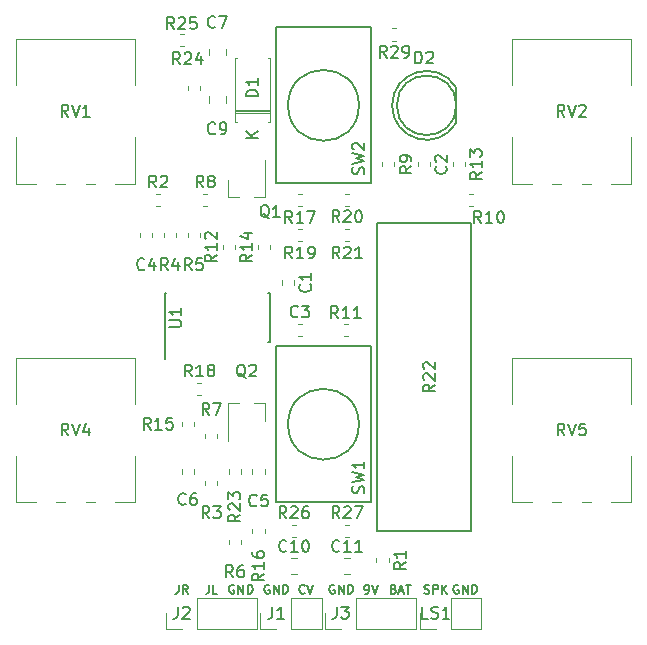
<source format=gbr>
G04 #@! TF.GenerationSoftware,KiCad,Pcbnew,(5.1.2-1)-1*
G04 #@! TF.CreationDate,2019-12-27T17:04:05-07:00*
G04 #@! TF.ProjectId,NuisanceEngine,4e756973-616e-4636-9545-6e67696e652e,rev?*
G04 #@! TF.SameCoordinates,Original*
G04 #@! TF.FileFunction,Legend,Top*
G04 #@! TF.FilePolarity,Positive*
%FSLAX46Y46*%
G04 Gerber Fmt 4.6, Leading zero omitted, Abs format (unit mm)*
G04 Created by KiCad (PCBNEW (5.1.2-1)-1) date 2019-12-27 17:04:05*
%MOMM*%
%LPD*%
G04 APERTURE LIST*
%ADD10C,0.187500*%
%ADD11C,0.120000*%
%ADD12C,0.150000*%
G04 APERTURE END LIST*
D10*
X67732142Y-95589285D02*
X67732142Y-96125000D01*
X67696428Y-96232142D01*
X67625000Y-96303571D01*
X67517857Y-96339285D01*
X67446428Y-96339285D01*
X68517857Y-96339285D02*
X68267857Y-95982142D01*
X68089285Y-96339285D02*
X68089285Y-95589285D01*
X68375000Y-95589285D01*
X68446428Y-95625000D01*
X68482142Y-95660714D01*
X68517857Y-95732142D01*
X68517857Y-95839285D01*
X68482142Y-95910714D01*
X68446428Y-95946428D01*
X68375000Y-95982142D01*
X68089285Y-95982142D01*
X70303571Y-95589285D02*
X70303571Y-96125000D01*
X70267857Y-96232142D01*
X70196428Y-96303571D01*
X70089285Y-96339285D01*
X70017857Y-96339285D01*
X71017857Y-96339285D02*
X70660714Y-96339285D01*
X70660714Y-95589285D01*
X72428571Y-95625000D02*
X72357142Y-95589285D01*
X72250000Y-95589285D01*
X72142857Y-95625000D01*
X72071428Y-95696428D01*
X72035714Y-95767857D01*
X72000000Y-95910714D01*
X72000000Y-96017857D01*
X72035714Y-96160714D01*
X72071428Y-96232142D01*
X72142857Y-96303571D01*
X72250000Y-96339285D01*
X72321428Y-96339285D01*
X72428571Y-96303571D01*
X72464285Y-96267857D01*
X72464285Y-96017857D01*
X72321428Y-96017857D01*
X72785714Y-96339285D02*
X72785714Y-95589285D01*
X73214285Y-96339285D01*
X73214285Y-95589285D01*
X73571428Y-96339285D02*
X73571428Y-95589285D01*
X73750000Y-95589285D01*
X73857142Y-95625000D01*
X73928571Y-95696428D01*
X73964285Y-95767857D01*
X74000000Y-95910714D01*
X74000000Y-96017857D01*
X73964285Y-96160714D01*
X73928571Y-96232142D01*
X73857142Y-96303571D01*
X73750000Y-96339285D01*
X73571428Y-96339285D01*
X75428571Y-95625000D02*
X75357142Y-95589285D01*
X75250000Y-95589285D01*
X75142857Y-95625000D01*
X75071428Y-95696428D01*
X75035714Y-95767857D01*
X75000000Y-95910714D01*
X75000000Y-96017857D01*
X75035714Y-96160714D01*
X75071428Y-96232142D01*
X75142857Y-96303571D01*
X75250000Y-96339285D01*
X75321428Y-96339285D01*
X75428571Y-96303571D01*
X75464285Y-96267857D01*
X75464285Y-96017857D01*
X75321428Y-96017857D01*
X75785714Y-96339285D02*
X75785714Y-95589285D01*
X76214285Y-96339285D01*
X76214285Y-95589285D01*
X76571428Y-96339285D02*
X76571428Y-95589285D01*
X76750000Y-95589285D01*
X76857142Y-95625000D01*
X76928571Y-95696428D01*
X76964285Y-95767857D01*
X77000000Y-95910714D01*
X77000000Y-96017857D01*
X76964285Y-96160714D01*
X76928571Y-96232142D01*
X76857142Y-96303571D01*
X76750000Y-96339285D01*
X76571428Y-96339285D01*
X83535714Y-96339285D02*
X83678571Y-96339285D01*
X83750000Y-96303571D01*
X83785714Y-96267857D01*
X83857142Y-96160714D01*
X83892857Y-96017857D01*
X83892857Y-95732142D01*
X83857142Y-95660714D01*
X83821428Y-95625000D01*
X83750000Y-95589285D01*
X83607142Y-95589285D01*
X83535714Y-95625000D01*
X83500000Y-95660714D01*
X83464285Y-95732142D01*
X83464285Y-95910714D01*
X83500000Y-95982142D01*
X83535714Y-96017857D01*
X83607142Y-96053571D01*
X83750000Y-96053571D01*
X83821428Y-96017857D01*
X83857142Y-95982142D01*
X83892857Y-95910714D01*
X84107142Y-95589285D02*
X84357142Y-96339285D01*
X84607142Y-95589285D01*
X85946428Y-95946428D02*
X86053571Y-95982142D01*
X86089285Y-96017857D01*
X86125000Y-96089285D01*
X86125000Y-96196428D01*
X86089285Y-96267857D01*
X86053571Y-96303571D01*
X85982142Y-96339285D01*
X85696428Y-96339285D01*
X85696428Y-95589285D01*
X85946428Y-95589285D01*
X86017857Y-95625000D01*
X86053571Y-95660714D01*
X86089285Y-95732142D01*
X86089285Y-95803571D01*
X86053571Y-95875000D01*
X86017857Y-95910714D01*
X85946428Y-95946428D01*
X85696428Y-95946428D01*
X86410714Y-96125000D02*
X86767857Y-96125000D01*
X86339285Y-96339285D02*
X86589285Y-95589285D01*
X86839285Y-96339285D01*
X86982142Y-95589285D02*
X87410714Y-95589285D01*
X87196428Y-96339285D02*
X87196428Y-95589285D01*
X78410714Y-96267857D02*
X78375000Y-96303571D01*
X78267857Y-96339285D01*
X78196428Y-96339285D01*
X78089285Y-96303571D01*
X78017857Y-96232142D01*
X77982142Y-96160714D01*
X77946428Y-96017857D01*
X77946428Y-95910714D01*
X77982142Y-95767857D01*
X78017857Y-95696428D01*
X78089285Y-95625000D01*
X78196428Y-95589285D01*
X78267857Y-95589285D01*
X78375000Y-95625000D01*
X78410714Y-95660714D01*
X78625000Y-95589285D02*
X78875000Y-96339285D01*
X79125000Y-95589285D01*
X80928571Y-95625000D02*
X80857142Y-95589285D01*
X80750000Y-95589285D01*
X80642857Y-95625000D01*
X80571428Y-95696428D01*
X80535714Y-95767857D01*
X80500000Y-95910714D01*
X80500000Y-96017857D01*
X80535714Y-96160714D01*
X80571428Y-96232142D01*
X80642857Y-96303571D01*
X80750000Y-96339285D01*
X80821428Y-96339285D01*
X80928571Y-96303571D01*
X80964285Y-96267857D01*
X80964285Y-96017857D01*
X80821428Y-96017857D01*
X81285714Y-96339285D02*
X81285714Y-95589285D01*
X81714285Y-96339285D01*
X81714285Y-95589285D01*
X82071428Y-96339285D02*
X82071428Y-95589285D01*
X82250000Y-95589285D01*
X82357142Y-95625000D01*
X82428571Y-95696428D01*
X82464285Y-95767857D01*
X82500000Y-95910714D01*
X82500000Y-96017857D01*
X82464285Y-96160714D01*
X82428571Y-96232142D01*
X82357142Y-96303571D01*
X82250000Y-96339285D01*
X82071428Y-96339285D01*
X88535714Y-96303571D02*
X88642857Y-96339285D01*
X88821428Y-96339285D01*
X88892857Y-96303571D01*
X88928571Y-96267857D01*
X88964285Y-96196428D01*
X88964285Y-96125000D01*
X88928571Y-96053571D01*
X88892857Y-96017857D01*
X88821428Y-95982142D01*
X88678571Y-95946428D01*
X88607142Y-95910714D01*
X88571428Y-95875000D01*
X88535714Y-95803571D01*
X88535714Y-95732142D01*
X88571428Y-95660714D01*
X88607142Y-95625000D01*
X88678571Y-95589285D01*
X88857142Y-95589285D01*
X88964285Y-95625000D01*
X89285714Y-96339285D02*
X89285714Y-95589285D01*
X89571428Y-95589285D01*
X89642857Y-95625000D01*
X89678571Y-95660714D01*
X89714285Y-95732142D01*
X89714285Y-95839285D01*
X89678571Y-95910714D01*
X89642857Y-95946428D01*
X89571428Y-95982142D01*
X89285714Y-95982142D01*
X90035714Y-96339285D02*
X90035714Y-95589285D01*
X90464285Y-96339285D02*
X90142857Y-95910714D01*
X90464285Y-95589285D02*
X90035714Y-96017857D01*
X91428571Y-95625000D02*
X91357142Y-95589285D01*
X91250000Y-95589285D01*
X91142857Y-95625000D01*
X91071428Y-95696428D01*
X91035714Y-95767857D01*
X91000000Y-95910714D01*
X91000000Y-96017857D01*
X91035714Y-96160714D01*
X91071428Y-96232142D01*
X91142857Y-96303571D01*
X91250000Y-96339285D01*
X91321428Y-96339285D01*
X91428571Y-96303571D01*
X91464285Y-96267857D01*
X91464285Y-96017857D01*
X91321428Y-96017857D01*
X91785714Y-96339285D02*
X91785714Y-95589285D01*
X92214285Y-96339285D01*
X92214285Y-95589285D01*
X92571428Y-96339285D02*
X92571428Y-95589285D01*
X92750000Y-95589285D01*
X92857142Y-95625000D01*
X92928571Y-95696428D01*
X92964285Y-95767857D01*
X93000000Y-95910714D01*
X93000000Y-96017857D01*
X92964285Y-96160714D01*
X92928571Y-96232142D01*
X92857142Y-96303571D01*
X92750000Y-96339285D01*
X92571428Y-96339285D01*
D11*
X53979000Y-49380000D02*
X64020000Y-49380000D01*
X62370000Y-61620000D02*
X64020000Y-61620000D01*
X59871000Y-61620000D02*
X60630000Y-61620000D01*
X57371000Y-61620000D02*
X58130000Y-61620000D01*
X53979000Y-61620000D02*
X55629000Y-61620000D01*
X64020000Y-53316000D02*
X64020000Y-49380000D01*
X64020000Y-61620000D02*
X64020000Y-57683000D01*
X53979000Y-53316000D02*
X53979000Y-49380000D01*
X53979000Y-61620000D02*
X53979000Y-57683000D01*
X53979000Y-76380000D02*
X64020000Y-76380000D01*
X62370000Y-88620000D02*
X64020000Y-88620000D01*
X59871000Y-88620000D02*
X60630000Y-88620000D01*
X57371000Y-88620000D02*
X58130000Y-88620000D01*
X53979000Y-88620000D02*
X55629000Y-88620000D01*
X64020000Y-80316000D02*
X64020000Y-76380000D01*
X64020000Y-88620000D02*
X64020000Y-84683000D01*
X53979000Y-80316000D02*
X53979000Y-76380000D01*
X53979000Y-88620000D02*
X53979000Y-84683000D01*
X95979000Y-76380000D02*
X106020000Y-76380000D01*
X104370000Y-88620000D02*
X106020000Y-88620000D01*
X101871000Y-88620000D02*
X102630000Y-88620000D01*
X99371000Y-88620000D02*
X100130000Y-88620000D01*
X95979000Y-88620000D02*
X97629000Y-88620000D01*
X106020000Y-80316000D02*
X106020000Y-76380000D01*
X106020000Y-88620000D02*
X106020000Y-84683000D01*
X95979000Y-80316000D02*
X95979000Y-76380000D01*
X95979000Y-88620000D02*
X95979000Y-84683000D01*
X95979000Y-49380000D02*
X106020000Y-49380000D01*
X104370000Y-61620000D02*
X106020000Y-61620000D01*
X101871000Y-61620000D02*
X102630000Y-61620000D01*
X99371000Y-61620000D02*
X100130000Y-61620000D01*
X95979000Y-61620000D02*
X97629000Y-61620000D01*
X106020000Y-53316000D02*
X106020000Y-49380000D01*
X106020000Y-61620000D02*
X106020000Y-57683000D01*
X95979000Y-53316000D02*
X95979000Y-49380000D01*
X95979000Y-61620000D02*
X95979000Y-57683000D01*
D12*
X83000000Y-82000000D02*
G75*
G03X83000000Y-82000000I-3000000J0D01*
G01*
X84000000Y-88600000D02*
X84000000Y-75400000D01*
X76000000Y-75400000D02*
X76000000Y-88600000D01*
X80000000Y-75400000D02*
X76000000Y-75400000D01*
X80000000Y-75400000D02*
X84000000Y-75400000D01*
X80000000Y-88600000D02*
X84000000Y-88600000D01*
X80000000Y-88600000D02*
X76000000Y-88600000D01*
D11*
X72530000Y-55630000D02*
X75470000Y-55630000D01*
X72530000Y-55390000D02*
X75470000Y-55390000D01*
X72530000Y-55510000D02*
X75470000Y-55510000D01*
X75470000Y-50970000D02*
X75340000Y-50970000D01*
X75470000Y-56410000D02*
X75470000Y-50970000D01*
X75340000Y-56410000D02*
X75470000Y-56410000D01*
X72530000Y-50970000D02*
X72660000Y-50970000D01*
X72530000Y-56410000D02*
X72530000Y-50970000D01*
X72660000Y-56410000D02*
X72530000Y-56410000D01*
D12*
X66575000Y-75075000D02*
X66575000Y-76450000D01*
X75450000Y-75075000D02*
X75450000Y-70925000D01*
X66550000Y-75075000D02*
X66550000Y-70925000D01*
X75450000Y-75075000D02*
X75335000Y-75075000D01*
X75450000Y-70925000D02*
X75335000Y-70925000D01*
X66550000Y-70925000D02*
X66665000Y-70925000D01*
X66550000Y-75075000D02*
X66575000Y-75075000D01*
X91214888Y-53475096D02*
G75*
G03X91230000Y-56500000I-2484888J-1524904D01*
G01*
X91230000Y-53500000D02*
X91230000Y-56500000D01*
X91247936Y-55000000D02*
G75*
G03X91247936Y-55000000I-2517936J0D01*
G01*
X84500000Y-65000000D02*
X84500000Y-77000000D01*
X92500000Y-65000000D02*
X84500000Y-65000000D01*
X92500000Y-91000000D02*
X92500000Y-65000000D01*
X84500000Y-91000000D02*
X92500000Y-91000000D01*
X84500000Y-77000000D02*
X84500000Y-91000000D01*
X83000000Y-55000000D02*
G75*
G03X83000000Y-55000000I-3000000J0D01*
G01*
X84000000Y-61600000D02*
X84000000Y-48400000D01*
X76000000Y-48400000D02*
X76000000Y-61600000D01*
X80000000Y-48400000D02*
X76000000Y-48400000D01*
X80000000Y-48400000D02*
X84000000Y-48400000D01*
X80000000Y-61600000D02*
X84000000Y-61600000D01*
X80000000Y-61600000D02*
X76000000Y-61600000D01*
D11*
X74670000Y-99330000D02*
X74670000Y-98000000D01*
X76000000Y-99330000D02*
X74670000Y-99330000D01*
X77270000Y-99330000D02*
X77270000Y-96670000D01*
X77270000Y-96670000D02*
X79870000Y-96670000D01*
X77270000Y-99330000D02*
X79870000Y-99330000D01*
X79870000Y-99330000D02*
X79870000Y-96670000D01*
X66670000Y-99330000D02*
X66670000Y-98000000D01*
X68000000Y-99330000D02*
X66670000Y-99330000D01*
X69270000Y-99330000D02*
X69270000Y-96670000D01*
X69270000Y-96670000D02*
X74410000Y-96670000D01*
X69270000Y-99330000D02*
X74410000Y-99330000D01*
X74410000Y-99330000D02*
X74410000Y-96670000D01*
X87870000Y-99330000D02*
X87870000Y-96670000D01*
X82730000Y-99330000D02*
X87870000Y-99330000D01*
X82730000Y-96670000D02*
X87870000Y-96670000D01*
X82730000Y-99330000D02*
X82730000Y-96670000D01*
X81460000Y-99330000D02*
X80130000Y-99330000D01*
X80130000Y-99330000D02*
X80130000Y-98000000D01*
X93370000Y-99330000D02*
X93370000Y-96670000D01*
X90770000Y-99330000D02*
X93370000Y-99330000D01*
X90770000Y-96670000D02*
X93370000Y-96670000D01*
X90770000Y-99330000D02*
X90770000Y-96670000D01*
X89500000Y-99330000D02*
X88170000Y-99330000D01*
X88170000Y-99330000D02*
X88170000Y-98000000D01*
X76490000Y-70171267D02*
X76490000Y-69828733D01*
X77510000Y-70171267D02*
X77510000Y-69828733D01*
X87990000Y-60171267D02*
X87990000Y-59828733D01*
X89010000Y-60171267D02*
X89010000Y-59828733D01*
X77828733Y-74510000D02*
X78171267Y-74510000D01*
X77828733Y-73490000D02*
X78171267Y-73490000D01*
X64490000Y-65828733D02*
X64490000Y-66171267D01*
X65510000Y-65828733D02*
X65510000Y-66171267D01*
X75010000Y-86171267D02*
X75010000Y-85828733D01*
X73990000Y-86171267D02*
X73990000Y-85828733D01*
X69010000Y-85828733D02*
X69010000Y-86171267D01*
X67990000Y-85828733D02*
X67990000Y-86171267D01*
X70290000Y-50761252D02*
X70290000Y-50238748D01*
X71710000Y-50761252D02*
X71710000Y-50238748D01*
X71710000Y-54238748D02*
X71710000Y-54761252D01*
X70290000Y-54238748D02*
X70290000Y-54761252D01*
X77238748Y-94710000D02*
X77761252Y-94710000D01*
X77238748Y-93290000D02*
X77761252Y-93290000D01*
X81738748Y-93290000D02*
X82261252Y-93290000D01*
X81738748Y-94710000D02*
X82261252Y-94710000D01*
X71920000Y-62760000D02*
X71920000Y-61300000D01*
X75080000Y-62760000D02*
X75080000Y-59600000D01*
X75080000Y-62760000D02*
X74150000Y-62760000D01*
X71920000Y-62760000D02*
X72850000Y-62760000D01*
X75080000Y-80240000D02*
X74150000Y-80240000D01*
X71920000Y-80240000D02*
X72850000Y-80240000D01*
X71920000Y-80240000D02*
X71920000Y-83400000D01*
X75080000Y-80240000D02*
X75080000Y-81700000D01*
X84490000Y-93671267D02*
X84490000Y-93328733D01*
X85510000Y-93671267D02*
X85510000Y-93328733D01*
X65828733Y-62490000D02*
X66171267Y-62490000D01*
X65828733Y-63510000D02*
X66171267Y-63510000D01*
X71010000Y-86828733D02*
X71010000Y-87171267D01*
X69990000Y-86828733D02*
X69990000Y-87171267D01*
X67510000Y-65828733D02*
X67510000Y-66171267D01*
X66490000Y-65828733D02*
X66490000Y-66171267D01*
X69510000Y-65828733D02*
X69510000Y-66171267D01*
X68490000Y-65828733D02*
X68490000Y-66171267D01*
X71990000Y-91828733D02*
X71990000Y-92171267D01*
X73010000Y-91828733D02*
X73010000Y-92171267D01*
X71010000Y-82828733D02*
X71010000Y-83171267D01*
X69990000Y-82828733D02*
X69990000Y-83171267D01*
X70171267Y-63510000D02*
X69828733Y-63510000D01*
X70171267Y-62490000D02*
X69828733Y-62490000D01*
X84990000Y-60171267D02*
X84990000Y-59828733D01*
X86010000Y-60171267D02*
X86010000Y-59828733D01*
X92328733Y-63510000D02*
X92671267Y-63510000D01*
X92328733Y-62490000D02*
X92671267Y-62490000D01*
X81703733Y-74510000D02*
X82046267Y-74510000D01*
X81703733Y-73490000D02*
X82046267Y-73490000D01*
X72510000Y-67171267D02*
X72510000Y-66828733D01*
X71490000Y-67171267D02*
X71490000Y-66828733D01*
X90990000Y-59828733D02*
X90990000Y-60171267D01*
X92010000Y-59828733D02*
X92010000Y-60171267D01*
X75510000Y-66828733D02*
X75510000Y-67171267D01*
X74490000Y-66828733D02*
X74490000Y-67171267D01*
X69010000Y-82171267D02*
X69010000Y-81828733D01*
X67990000Y-82171267D02*
X67990000Y-81828733D01*
X73990000Y-90828733D02*
X73990000Y-91171267D01*
X75010000Y-90828733D02*
X75010000Y-91171267D01*
X77828733Y-63510000D02*
X78171267Y-63510000D01*
X77828733Y-62490000D02*
X78171267Y-62490000D01*
X69671267Y-79510000D02*
X69328733Y-79510000D01*
X69671267Y-78490000D02*
X69328733Y-78490000D01*
X78171267Y-66510000D02*
X77828733Y-66510000D01*
X78171267Y-65490000D02*
X77828733Y-65490000D01*
X82171267Y-63510000D02*
X81828733Y-63510000D01*
X82171267Y-62490000D02*
X81828733Y-62490000D01*
X81828733Y-66510000D02*
X82171267Y-66510000D01*
X81828733Y-65490000D02*
X82171267Y-65490000D01*
X73010000Y-86171267D02*
X73010000Y-85828733D01*
X71990000Y-86171267D02*
X71990000Y-85828733D01*
X68490000Y-53328733D02*
X68490000Y-53671267D01*
X69510000Y-53328733D02*
X69510000Y-53671267D01*
X68171267Y-50010000D02*
X67828733Y-50010000D01*
X68171267Y-48990000D02*
X67828733Y-48990000D01*
X77671267Y-90490000D02*
X77328733Y-90490000D01*
X77671267Y-91510000D02*
X77328733Y-91510000D01*
X81828733Y-91510000D02*
X82171267Y-91510000D01*
X81828733Y-90490000D02*
X82171267Y-90490000D01*
X85828733Y-48490000D02*
X86171267Y-48490000D01*
X85828733Y-49510000D02*
X86171267Y-49510000D01*
D12*
X58404761Y-55952380D02*
X58071428Y-55476190D01*
X57833333Y-55952380D02*
X57833333Y-54952380D01*
X58214285Y-54952380D01*
X58309523Y-55000000D01*
X58357142Y-55047619D01*
X58404761Y-55142857D01*
X58404761Y-55285714D01*
X58357142Y-55380952D01*
X58309523Y-55428571D01*
X58214285Y-55476190D01*
X57833333Y-55476190D01*
X58690476Y-54952380D02*
X59023809Y-55952380D01*
X59357142Y-54952380D01*
X60214285Y-55952380D02*
X59642857Y-55952380D01*
X59928571Y-55952380D02*
X59928571Y-54952380D01*
X59833333Y-55095238D01*
X59738095Y-55190476D01*
X59642857Y-55238095D01*
X58404761Y-82952380D02*
X58071428Y-82476190D01*
X57833333Y-82952380D02*
X57833333Y-81952380D01*
X58214285Y-81952380D01*
X58309523Y-82000000D01*
X58357142Y-82047619D01*
X58404761Y-82142857D01*
X58404761Y-82285714D01*
X58357142Y-82380952D01*
X58309523Y-82428571D01*
X58214285Y-82476190D01*
X57833333Y-82476190D01*
X58690476Y-81952380D02*
X59023809Y-82952380D01*
X59357142Y-81952380D01*
X60119047Y-82285714D02*
X60119047Y-82952380D01*
X59880952Y-81904761D02*
X59642857Y-82619047D01*
X60261904Y-82619047D01*
X100404761Y-82952380D02*
X100071428Y-82476190D01*
X99833333Y-82952380D02*
X99833333Y-81952380D01*
X100214285Y-81952380D01*
X100309523Y-82000000D01*
X100357142Y-82047619D01*
X100404761Y-82142857D01*
X100404761Y-82285714D01*
X100357142Y-82380952D01*
X100309523Y-82428571D01*
X100214285Y-82476190D01*
X99833333Y-82476190D01*
X100690476Y-81952380D02*
X101023809Y-82952380D01*
X101357142Y-81952380D01*
X102166666Y-81952380D02*
X101690476Y-81952380D01*
X101642857Y-82428571D01*
X101690476Y-82380952D01*
X101785714Y-82333333D01*
X102023809Y-82333333D01*
X102119047Y-82380952D01*
X102166666Y-82428571D01*
X102214285Y-82523809D01*
X102214285Y-82761904D01*
X102166666Y-82857142D01*
X102119047Y-82904761D01*
X102023809Y-82952380D01*
X101785714Y-82952380D01*
X101690476Y-82904761D01*
X101642857Y-82857142D01*
X100404761Y-55952380D02*
X100071428Y-55476190D01*
X99833333Y-55952380D02*
X99833333Y-54952380D01*
X100214285Y-54952380D01*
X100309523Y-55000000D01*
X100357142Y-55047619D01*
X100404761Y-55142857D01*
X100404761Y-55285714D01*
X100357142Y-55380952D01*
X100309523Y-55428571D01*
X100214285Y-55476190D01*
X99833333Y-55476190D01*
X100690476Y-54952380D02*
X101023809Y-55952380D01*
X101357142Y-54952380D01*
X101642857Y-55047619D02*
X101690476Y-55000000D01*
X101785714Y-54952380D01*
X102023809Y-54952380D01*
X102119047Y-55000000D01*
X102166666Y-55047619D01*
X102214285Y-55142857D01*
X102214285Y-55238095D01*
X102166666Y-55380952D01*
X101595238Y-55952380D01*
X102214285Y-55952380D01*
X83404761Y-87833333D02*
X83452380Y-87690476D01*
X83452380Y-87452380D01*
X83404761Y-87357142D01*
X83357142Y-87309523D01*
X83261904Y-87261904D01*
X83166666Y-87261904D01*
X83071428Y-87309523D01*
X83023809Y-87357142D01*
X82976190Y-87452380D01*
X82928571Y-87642857D01*
X82880952Y-87738095D01*
X82833333Y-87785714D01*
X82738095Y-87833333D01*
X82642857Y-87833333D01*
X82547619Y-87785714D01*
X82500000Y-87738095D01*
X82452380Y-87642857D01*
X82452380Y-87404761D01*
X82500000Y-87261904D01*
X82452380Y-86928571D02*
X83452380Y-86690476D01*
X82738095Y-86500000D01*
X83452380Y-86309523D01*
X82452380Y-86071428D01*
X83452380Y-85166666D02*
X83452380Y-85738095D01*
X83452380Y-85452380D02*
X82452380Y-85452380D01*
X82595238Y-85547619D01*
X82690476Y-85642857D01*
X82738095Y-85738095D01*
X74452380Y-54238095D02*
X73452380Y-54238095D01*
X73452380Y-54000000D01*
X73500000Y-53857142D01*
X73595238Y-53761904D01*
X73690476Y-53714285D01*
X73880952Y-53666666D01*
X74023809Y-53666666D01*
X74214285Y-53714285D01*
X74309523Y-53761904D01*
X74404761Y-53857142D01*
X74452380Y-54000000D01*
X74452380Y-54238095D01*
X74452380Y-52714285D02*
X74452380Y-53285714D01*
X74452380Y-53000000D02*
X73452380Y-53000000D01*
X73595238Y-53095238D01*
X73690476Y-53190476D01*
X73738095Y-53285714D01*
X74452380Y-57761904D02*
X73452380Y-57761904D01*
X74452380Y-57190476D02*
X73880952Y-57619047D01*
X73452380Y-57190476D02*
X74023809Y-57761904D01*
X66952380Y-73761904D02*
X67761904Y-73761904D01*
X67857142Y-73714285D01*
X67904761Y-73666666D01*
X67952380Y-73571428D01*
X67952380Y-73380952D01*
X67904761Y-73285714D01*
X67857142Y-73238095D01*
X67761904Y-73190476D01*
X66952380Y-73190476D01*
X67952380Y-72190476D02*
X67952380Y-72761904D01*
X67952380Y-72476190D02*
X66952380Y-72476190D01*
X67095238Y-72571428D01*
X67190476Y-72666666D01*
X67238095Y-72761904D01*
X87761904Y-51452380D02*
X87761904Y-50452380D01*
X88000000Y-50452380D01*
X88142857Y-50500000D01*
X88238095Y-50595238D01*
X88285714Y-50690476D01*
X88333333Y-50880952D01*
X88333333Y-51023809D01*
X88285714Y-51214285D01*
X88238095Y-51309523D01*
X88142857Y-51404761D01*
X88000000Y-51452380D01*
X87761904Y-51452380D01*
X88714285Y-50547619D02*
X88761904Y-50500000D01*
X88857142Y-50452380D01*
X89095238Y-50452380D01*
X89190476Y-50500000D01*
X89238095Y-50547619D01*
X89285714Y-50642857D01*
X89285714Y-50738095D01*
X89238095Y-50880952D01*
X88666666Y-51452380D01*
X89285714Y-51452380D01*
X89452380Y-78642857D02*
X88976190Y-78976190D01*
X89452380Y-79214285D02*
X88452380Y-79214285D01*
X88452380Y-78833333D01*
X88500000Y-78738095D01*
X88547619Y-78690476D01*
X88642857Y-78642857D01*
X88785714Y-78642857D01*
X88880952Y-78690476D01*
X88928571Y-78738095D01*
X88976190Y-78833333D01*
X88976190Y-79214285D01*
X88547619Y-78261904D02*
X88500000Y-78214285D01*
X88452380Y-78119047D01*
X88452380Y-77880952D01*
X88500000Y-77785714D01*
X88547619Y-77738095D01*
X88642857Y-77690476D01*
X88738095Y-77690476D01*
X88880952Y-77738095D01*
X89452380Y-78309523D01*
X89452380Y-77690476D01*
X88547619Y-77309523D02*
X88500000Y-77261904D01*
X88452380Y-77166666D01*
X88452380Y-76928571D01*
X88500000Y-76833333D01*
X88547619Y-76785714D01*
X88642857Y-76738095D01*
X88738095Y-76738095D01*
X88880952Y-76785714D01*
X89452380Y-77357142D01*
X89452380Y-76738095D01*
X83404761Y-60833333D02*
X83452380Y-60690476D01*
X83452380Y-60452380D01*
X83404761Y-60357142D01*
X83357142Y-60309523D01*
X83261904Y-60261904D01*
X83166666Y-60261904D01*
X83071428Y-60309523D01*
X83023809Y-60357142D01*
X82976190Y-60452380D01*
X82928571Y-60642857D01*
X82880952Y-60738095D01*
X82833333Y-60785714D01*
X82738095Y-60833333D01*
X82642857Y-60833333D01*
X82547619Y-60785714D01*
X82500000Y-60738095D01*
X82452380Y-60642857D01*
X82452380Y-60404761D01*
X82500000Y-60261904D01*
X82452380Y-59928571D02*
X83452380Y-59690476D01*
X82738095Y-59500000D01*
X83452380Y-59309523D01*
X82452380Y-59071428D01*
X82547619Y-58738095D02*
X82500000Y-58690476D01*
X82452380Y-58595238D01*
X82452380Y-58357142D01*
X82500000Y-58261904D01*
X82547619Y-58214285D01*
X82642857Y-58166666D01*
X82738095Y-58166666D01*
X82880952Y-58214285D01*
X83452380Y-58785714D01*
X83452380Y-58166666D01*
X75666666Y-97452380D02*
X75666666Y-98166666D01*
X75619047Y-98309523D01*
X75523809Y-98404761D01*
X75380952Y-98452380D01*
X75285714Y-98452380D01*
X76666666Y-98452380D02*
X76095238Y-98452380D01*
X76380952Y-98452380D02*
X76380952Y-97452380D01*
X76285714Y-97595238D01*
X76190476Y-97690476D01*
X76095238Y-97738095D01*
X67666666Y-97452380D02*
X67666666Y-98166666D01*
X67619047Y-98309523D01*
X67523809Y-98404761D01*
X67380952Y-98452380D01*
X67285714Y-98452380D01*
X68095238Y-97547619D02*
X68142857Y-97500000D01*
X68238095Y-97452380D01*
X68476190Y-97452380D01*
X68571428Y-97500000D01*
X68619047Y-97547619D01*
X68666666Y-97642857D01*
X68666666Y-97738095D01*
X68619047Y-97880952D01*
X68047619Y-98452380D01*
X68666666Y-98452380D01*
X81126666Y-97452380D02*
X81126666Y-98166666D01*
X81079047Y-98309523D01*
X80983809Y-98404761D01*
X80840952Y-98452380D01*
X80745714Y-98452380D01*
X81507619Y-97452380D02*
X82126666Y-97452380D01*
X81793333Y-97833333D01*
X81936190Y-97833333D01*
X82031428Y-97880952D01*
X82079047Y-97928571D01*
X82126666Y-98023809D01*
X82126666Y-98261904D01*
X82079047Y-98357142D01*
X82031428Y-98404761D01*
X81936190Y-98452380D01*
X81650476Y-98452380D01*
X81555238Y-98404761D01*
X81507619Y-98357142D01*
X88857142Y-98452380D02*
X88380952Y-98452380D01*
X88380952Y-97452380D01*
X89142857Y-98404761D02*
X89285714Y-98452380D01*
X89523809Y-98452380D01*
X89619047Y-98404761D01*
X89666666Y-98357142D01*
X89714285Y-98261904D01*
X89714285Y-98166666D01*
X89666666Y-98071428D01*
X89619047Y-98023809D01*
X89523809Y-97976190D01*
X89333333Y-97928571D01*
X89238095Y-97880952D01*
X89190476Y-97833333D01*
X89142857Y-97738095D01*
X89142857Y-97642857D01*
X89190476Y-97547619D01*
X89238095Y-97500000D01*
X89333333Y-97452380D01*
X89571428Y-97452380D01*
X89714285Y-97500000D01*
X90666666Y-98452380D02*
X90095238Y-98452380D01*
X90380952Y-98452380D02*
X90380952Y-97452380D01*
X90285714Y-97595238D01*
X90190476Y-97690476D01*
X90095238Y-97738095D01*
X78857142Y-70166666D02*
X78904761Y-70214285D01*
X78952380Y-70357142D01*
X78952380Y-70452380D01*
X78904761Y-70595238D01*
X78809523Y-70690476D01*
X78714285Y-70738095D01*
X78523809Y-70785714D01*
X78380952Y-70785714D01*
X78190476Y-70738095D01*
X78095238Y-70690476D01*
X78000000Y-70595238D01*
X77952380Y-70452380D01*
X77952380Y-70357142D01*
X78000000Y-70214285D01*
X78047619Y-70166666D01*
X78952380Y-69214285D02*
X78952380Y-69785714D01*
X78952380Y-69500000D02*
X77952380Y-69500000D01*
X78095238Y-69595238D01*
X78190476Y-69690476D01*
X78238095Y-69785714D01*
X90357142Y-60166666D02*
X90404761Y-60214285D01*
X90452380Y-60357142D01*
X90452380Y-60452380D01*
X90404761Y-60595238D01*
X90309523Y-60690476D01*
X90214285Y-60738095D01*
X90023809Y-60785714D01*
X89880952Y-60785714D01*
X89690476Y-60738095D01*
X89595238Y-60690476D01*
X89500000Y-60595238D01*
X89452380Y-60452380D01*
X89452380Y-60357142D01*
X89500000Y-60214285D01*
X89547619Y-60166666D01*
X89547619Y-59785714D02*
X89500000Y-59738095D01*
X89452380Y-59642857D01*
X89452380Y-59404761D01*
X89500000Y-59309523D01*
X89547619Y-59261904D01*
X89642857Y-59214285D01*
X89738095Y-59214285D01*
X89880952Y-59261904D01*
X90452380Y-59833333D01*
X90452380Y-59214285D01*
X77833333Y-72857142D02*
X77785714Y-72904761D01*
X77642857Y-72952380D01*
X77547619Y-72952380D01*
X77404761Y-72904761D01*
X77309523Y-72809523D01*
X77261904Y-72714285D01*
X77214285Y-72523809D01*
X77214285Y-72380952D01*
X77261904Y-72190476D01*
X77309523Y-72095238D01*
X77404761Y-72000000D01*
X77547619Y-71952380D01*
X77642857Y-71952380D01*
X77785714Y-72000000D01*
X77833333Y-72047619D01*
X78166666Y-71952380D02*
X78785714Y-71952380D01*
X78452380Y-72333333D01*
X78595238Y-72333333D01*
X78690476Y-72380952D01*
X78738095Y-72428571D01*
X78785714Y-72523809D01*
X78785714Y-72761904D01*
X78738095Y-72857142D01*
X78690476Y-72904761D01*
X78595238Y-72952380D01*
X78309523Y-72952380D01*
X78214285Y-72904761D01*
X78166666Y-72857142D01*
X64833333Y-68857142D02*
X64785714Y-68904761D01*
X64642857Y-68952380D01*
X64547619Y-68952380D01*
X64404761Y-68904761D01*
X64309523Y-68809523D01*
X64261904Y-68714285D01*
X64214285Y-68523809D01*
X64214285Y-68380952D01*
X64261904Y-68190476D01*
X64309523Y-68095238D01*
X64404761Y-68000000D01*
X64547619Y-67952380D01*
X64642857Y-67952380D01*
X64785714Y-68000000D01*
X64833333Y-68047619D01*
X65690476Y-68285714D02*
X65690476Y-68952380D01*
X65452380Y-67904761D02*
X65214285Y-68619047D01*
X65833333Y-68619047D01*
X74333333Y-88857142D02*
X74285714Y-88904761D01*
X74142857Y-88952380D01*
X74047619Y-88952380D01*
X73904761Y-88904761D01*
X73809523Y-88809523D01*
X73761904Y-88714285D01*
X73714285Y-88523809D01*
X73714285Y-88380952D01*
X73761904Y-88190476D01*
X73809523Y-88095238D01*
X73904761Y-88000000D01*
X74047619Y-87952380D01*
X74142857Y-87952380D01*
X74285714Y-88000000D01*
X74333333Y-88047619D01*
X75238095Y-87952380D02*
X74761904Y-87952380D01*
X74714285Y-88428571D01*
X74761904Y-88380952D01*
X74857142Y-88333333D01*
X75095238Y-88333333D01*
X75190476Y-88380952D01*
X75238095Y-88428571D01*
X75285714Y-88523809D01*
X75285714Y-88761904D01*
X75238095Y-88857142D01*
X75190476Y-88904761D01*
X75095238Y-88952380D01*
X74857142Y-88952380D01*
X74761904Y-88904761D01*
X74714285Y-88857142D01*
X68333333Y-88732142D02*
X68285714Y-88779761D01*
X68142857Y-88827380D01*
X68047619Y-88827380D01*
X67904761Y-88779761D01*
X67809523Y-88684523D01*
X67761904Y-88589285D01*
X67714285Y-88398809D01*
X67714285Y-88255952D01*
X67761904Y-88065476D01*
X67809523Y-87970238D01*
X67904761Y-87875000D01*
X68047619Y-87827380D01*
X68142857Y-87827380D01*
X68285714Y-87875000D01*
X68333333Y-87922619D01*
X69190476Y-87827380D02*
X69000000Y-87827380D01*
X68904761Y-87875000D01*
X68857142Y-87922619D01*
X68761904Y-88065476D01*
X68714285Y-88255952D01*
X68714285Y-88636904D01*
X68761904Y-88732142D01*
X68809523Y-88779761D01*
X68904761Y-88827380D01*
X69095238Y-88827380D01*
X69190476Y-88779761D01*
X69238095Y-88732142D01*
X69285714Y-88636904D01*
X69285714Y-88398809D01*
X69238095Y-88303571D01*
X69190476Y-88255952D01*
X69095238Y-88208333D01*
X68904761Y-88208333D01*
X68809523Y-88255952D01*
X68761904Y-88303571D01*
X68714285Y-88398809D01*
X70833333Y-48357142D02*
X70785714Y-48404761D01*
X70642857Y-48452380D01*
X70547619Y-48452380D01*
X70404761Y-48404761D01*
X70309523Y-48309523D01*
X70261904Y-48214285D01*
X70214285Y-48023809D01*
X70214285Y-47880952D01*
X70261904Y-47690476D01*
X70309523Y-47595238D01*
X70404761Y-47500000D01*
X70547619Y-47452380D01*
X70642857Y-47452380D01*
X70785714Y-47500000D01*
X70833333Y-47547619D01*
X71166666Y-47452380D02*
X71833333Y-47452380D01*
X71404761Y-48452380D01*
X70833333Y-57357142D02*
X70785714Y-57404761D01*
X70642857Y-57452380D01*
X70547619Y-57452380D01*
X70404761Y-57404761D01*
X70309523Y-57309523D01*
X70261904Y-57214285D01*
X70214285Y-57023809D01*
X70214285Y-56880952D01*
X70261904Y-56690476D01*
X70309523Y-56595238D01*
X70404761Y-56500000D01*
X70547619Y-56452380D01*
X70642857Y-56452380D01*
X70785714Y-56500000D01*
X70833333Y-56547619D01*
X71309523Y-57452380D02*
X71500000Y-57452380D01*
X71595238Y-57404761D01*
X71642857Y-57357142D01*
X71738095Y-57214285D01*
X71785714Y-57023809D01*
X71785714Y-56642857D01*
X71738095Y-56547619D01*
X71690476Y-56500000D01*
X71595238Y-56452380D01*
X71404761Y-56452380D01*
X71309523Y-56500000D01*
X71261904Y-56547619D01*
X71214285Y-56642857D01*
X71214285Y-56880952D01*
X71261904Y-56976190D01*
X71309523Y-57023809D01*
X71404761Y-57071428D01*
X71595238Y-57071428D01*
X71690476Y-57023809D01*
X71738095Y-56976190D01*
X71785714Y-56880952D01*
X76857142Y-92707142D02*
X76809523Y-92754761D01*
X76666666Y-92802380D01*
X76571428Y-92802380D01*
X76428571Y-92754761D01*
X76333333Y-92659523D01*
X76285714Y-92564285D01*
X76238095Y-92373809D01*
X76238095Y-92230952D01*
X76285714Y-92040476D01*
X76333333Y-91945238D01*
X76428571Y-91850000D01*
X76571428Y-91802380D01*
X76666666Y-91802380D01*
X76809523Y-91850000D01*
X76857142Y-91897619D01*
X77809523Y-92802380D02*
X77238095Y-92802380D01*
X77523809Y-92802380D02*
X77523809Y-91802380D01*
X77428571Y-91945238D01*
X77333333Y-92040476D01*
X77238095Y-92088095D01*
X78428571Y-91802380D02*
X78523809Y-91802380D01*
X78619047Y-91850000D01*
X78666666Y-91897619D01*
X78714285Y-91992857D01*
X78761904Y-92183333D01*
X78761904Y-92421428D01*
X78714285Y-92611904D01*
X78666666Y-92707142D01*
X78619047Y-92754761D01*
X78523809Y-92802380D01*
X78428571Y-92802380D01*
X78333333Y-92754761D01*
X78285714Y-92707142D01*
X78238095Y-92611904D01*
X78190476Y-92421428D01*
X78190476Y-92183333D01*
X78238095Y-91992857D01*
X78285714Y-91897619D01*
X78333333Y-91850000D01*
X78428571Y-91802380D01*
X81357142Y-92707142D02*
X81309523Y-92754761D01*
X81166666Y-92802380D01*
X81071428Y-92802380D01*
X80928571Y-92754761D01*
X80833333Y-92659523D01*
X80785714Y-92564285D01*
X80738095Y-92373809D01*
X80738095Y-92230952D01*
X80785714Y-92040476D01*
X80833333Y-91945238D01*
X80928571Y-91850000D01*
X81071428Y-91802380D01*
X81166666Y-91802380D01*
X81309523Y-91850000D01*
X81357142Y-91897619D01*
X82309523Y-92802380D02*
X81738095Y-92802380D01*
X82023809Y-92802380D02*
X82023809Y-91802380D01*
X81928571Y-91945238D01*
X81833333Y-92040476D01*
X81738095Y-92088095D01*
X83261904Y-92802380D02*
X82690476Y-92802380D01*
X82976190Y-92802380D02*
X82976190Y-91802380D01*
X82880952Y-91945238D01*
X82785714Y-92040476D01*
X82690476Y-92088095D01*
X75404761Y-64547619D02*
X75309523Y-64500000D01*
X75214285Y-64404761D01*
X75071428Y-64261904D01*
X74976190Y-64214285D01*
X74880952Y-64214285D01*
X74928571Y-64452380D02*
X74833333Y-64404761D01*
X74738095Y-64309523D01*
X74690476Y-64119047D01*
X74690476Y-63785714D01*
X74738095Y-63595238D01*
X74833333Y-63500000D01*
X74928571Y-63452380D01*
X75119047Y-63452380D01*
X75214285Y-63500000D01*
X75309523Y-63595238D01*
X75357142Y-63785714D01*
X75357142Y-64119047D01*
X75309523Y-64309523D01*
X75214285Y-64404761D01*
X75119047Y-64452380D01*
X74928571Y-64452380D01*
X76309523Y-64452380D02*
X75738095Y-64452380D01*
X76023809Y-64452380D02*
X76023809Y-63452380D01*
X75928571Y-63595238D01*
X75833333Y-63690476D01*
X75738095Y-63738095D01*
X73404761Y-78047619D02*
X73309523Y-78000000D01*
X73214285Y-77904761D01*
X73071428Y-77761904D01*
X72976190Y-77714285D01*
X72880952Y-77714285D01*
X72928571Y-77952380D02*
X72833333Y-77904761D01*
X72738095Y-77809523D01*
X72690476Y-77619047D01*
X72690476Y-77285714D01*
X72738095Y-77095238D01*
X72833333Y-77000000D01*
X72928571Y-76952380D01*
X73119047Y-76952380D01*
X73214285Y-77000000D01*
X73309523Y-77095238D01*
X73357142Y-77285714D01*
X73357142Y-77619047D01*
X73309523Y-77809523D01*
X73214285Y-77904761D01*
X73119047Y-77952380D01*
X72928571Y-77952380D01*
X73738095Y-77047619D02*
X73785714Y-77000000D01*
X73880952Y-76952380D01*
X74119047Y-76952380D01*
X74214285Y-77000000D01*
X74261904Y-77047619D01*
X74309523Y-77142857D01*
X74309523Y-77238095D01*
X74261904Y-77380952D01*
X73690476Y-77952380D01*
X74309523Y-77952380D01*
X86952380Y-93666666D02*
X86476190Y-94000000D01*
X86952380Y-94238095D02*
X85952380Y-94238095D01*
X85952380Y-93857142D01*
X86000000Y-93761904D01*
X86047619Y-93714285D01*
X86142857Y-93666666D01*
X86285714Y-93666666D01*
X86380952Y-93714285D01*
X86428571Y-93761904D01*
X86476190Y-93857142D01*
X86476190Y-94238095D01*
X86952380Y-92714285D02*
X86952380Y-93285714D01*
X86952380Y-93000000D02*
X85952380Y-93000000D01*
X86095238Y-93095238D01*
X86190476Y-93190476D01*
X86238095Y-93285714D01*
X65833333Y-61952380D02*
X65500000Y-61476190D01*
X65261904Y-61952380D02*
X65261904Y-60952380D01*
X65642857Y-60952380D01*
X65738095Y-61000000D01*
X65785714Y-61047619D01*
X65833333Y-61142857D01*
X65833333Y-61285714D01*
X65785714Y-61380952D01*
X65738095Y-61428571D01*
X65642857Y-61476190D01*
X65261904Y-61476190D01*
X66214285Y-61047619D02*
X66261904Y-61000000D01*
X66357142Y-60952380D01*
X66595238Y-60952380D01*
X66690476Y-61000000D01*
X66738095Y-61047619D01*
X66785714Y-61142857D01*
X66785714Y-61238095D01*
X66738095Y-61380952D01*
X66166666Y-61952380D01*
X66785714Y-61952380D01*
X70333333Y-89952380D02*
X70000000Y-89476190D01*
X69761904Y-89952380D02*
X69761904Y-88952380D01*
X70142857Y-88952380D01*
X70238095Y-89000000D01*
X70285714Y-89047619D01*
X70333333Y-89142857D01*
X70333333Y-89285714D01*
X70285714Y-89380952D01*
X70238095Y-89428571D01*
X70142857Y-89476190D01*
X69761904Y-89476190D01*
X70666666Y-88952380D02*
X71285714Y-88952380D01*
X70952380Y-89333333D01*
X71095238Y-89333333D01*
X71190476Y-89380952D01*
X71238095Y-89428571D01*
X71285714Y-89523809D01*
X71285714Y-89761904D01*
X71238095Y-89857142D01*
X71190476Y-89904761D01*
X71095238Y-89952380D01*
X70809523Y-89952380D01*
X70714285Y-89904761D01*
X70666666Y-89857142D01*
X66833333Y-68952380D02*
X66500000Y-68476190D01*
X66261904Y-68952380D02*
X66261904Y-67952380D01*
X66642857Y-67952380D01*
X66738095Y-68000000D01*
X66785714Y-68047619D01*
X66833333Y-68142857D01*
X66833333Y-68285714D01*
X66785714Y-68380952D01*
X66738095Y-68428571D01*
X66642857Y-68476190D01*
X66261904Y-68476190D01*
X67690476Y-68285714D02*
X67690476Y-68952380D01*
X67452380Y-67904761D02*
X67214285Y-68619047D01*
X67833333Y-68619047D01*
X68833333Y-68952380D02*
X68500000Y-68476190D01*
X68261904Y-68952380D02*
X68261904Y-67952380D01*
X68642857Y-67952380D01*
X68738095Y-68000000D01*
X68785714Y-68047619D01*
X68833333Y-68142857D01*
X68833333Y-68285714D01*
X68785714Y-68380952D01*
X68738095Y-68428571D01*
X68642857Y-68476190D01*
X68261904Y-68476190D01*
X69738095Y-67952380D02*
X69261904Y-67952380D01*
X69214285Y-68428571D01*
X69261904Y-68380952D01*
X69357142Y-68333333D01*
X69595238Y-68333333D01*
X69690476Y-68380952D01*
X69738095Y-68428571D01*
X69785714Y-68523809D01*
X69785714Y-68761904D01*
X69738095Y-68857142D01*
X69690476Y-68904761D01*
X69595238Y-68952380D01*
X69357142Y-68952380D01*
X69261904Y-68904761D01*
X69214285Y-68857142D01*
X72333333Y-94952380D02*
X72000000Y-94476190D01*
X71761904Y-94952380D02*
X71761904Y-93952380D01*
X72142857Y-93952380D01*
X72238095Y-94000000D01*
X72285714Y-94047619D01*
X72333333Y-94142857D01*
X72333333Y-94285714D01*
X72285714Y-94380952D01*
X72238095Y-94428571D01*
X72142857Y-94476190D01*
X71761904Y-94476190D01*
X73190476Y-93952380D02*
X73000000Y-93952380D01*
X72904761Y-94000000D01*
X72857142Y-94047619D01*
X72761904Y-94190476D01*
X72714285Y-94380952D01*
X72714285Y-94761904D01*
X72761904Y-94857142D01*
X72809523Y-94904761D01*
X72904761Y-94952380D01*
X73095238Y-94952380D01*
X73190476Y-94904761D01*
X73238095Y-94857142D01*
X73285714Y-94761904D01*
X73285714Y-94523809D01*
X73238095Y-94428571D01*
X73190476Y-94380952D01*
X73095238Y-94333333D01*
X72904761Y-94333333D01*
X72809523Y-94380952D01*
X72761904Y-94428571D01*
X72714285Y-94523809D01*
X70333333Y-81202380D02*
X70000000Y-80726190D01*
X69761904Y-81202380D02*
X69761904Y-80202380D01*
X70142857Y-80202380D01*
X70238095Y-80250000D01*
X70285714Y-80297619D01*
X70333333Y-80392857D01*
X70333333Y-80535714D01*
X70285714Y-80630952D01*
X70238095Y-80678571D01*
X70142857Y-80726190D01*
X69761904Y-80726190D01*
X70666666Y-80202380D02*
X71333333Y-80202380D01*
X70904761Y-81202380D01*
X69833333Y-61952380D02*
X69500000Y-61476190D01*
X69261904Y-61952380D02*
X69261904Y-60952380D01*
X69642857Y-60952380D01*
X69738095Y-61000000D01*
X69785714Y-61047619D01*
X69833333Y-61142857D01*
X69833333Y-61285714D01*
X69785714Y-61380952D01*
X69738095Y-61428571D01*
X69642857Y-61476190D01*
X69261904Y-61476190D01*
X70404761Y-61380952D02*
X70309523Y-61333333D01*
X70261904Y-61285714D01*
X70214285Y-61190476D01*
X70214285Y-61142857D01*
X70261904Y-61047619D01*
X70309523Y-61000000D01*
X70404761Y-60952380D01*
X70595238Y-60952380D01*
X70690476Y-61000000D01*
X70738095Y-61047619D01*
X70785714Y-61142857D01*
X70785714Y-61190476D01*
X70738095Y-61285714D01*
X70690476Y-61333333D01*
X70595238Y-61380952D01*
X70404761Y-61380952D01*
X70309523Y-61428571D01*
X70261904Y-61476190D01*
X70214285Y-61571428D01*
X70214285Y-61761904D01*
X70261904Y-61857142D01*
X70309523Y-61904761D01*
X70404761Y-61952380D01*
X70595238Y-61952380D01*
X70690476Y-61904761D01*
X70738095Y-61857142D01*
X70785714Y-61761904D01*
X70785714Y-61571428D01*
X70738095Y-61476190D01*
X70690476Y-61428571D01*
X70595238Y-61380952D01*
X87452380Y-60166666D02*
X86976190Y-60500000D01*
X87452380Y-60738095D02*
X86452380Y-60738095D01*
X86452380Y-60357142D01*
X86500000Y-60261904D01*
X86547619Y-60214285D01*
X86642857Y-60166666D01*
X86785714Y-60166666D01*
X86880952Y-60214285D01*
X86928571Y-60261904D01*
X86976190Y-60357142D01*
X86976190Y-60738095D01*
X87452380Y-59690476D02*
X87452380Y-59500000D01*
X87404761Y-59404761D01*
X87357142Y-59357142D01*
X87214285Y-59261904D01*
X87023809Y-59214285D01*
X86642857Y-59214285D01*
X86547619Y-59261904D01*
X86500000Y-59309523D01*
X86452380Y-59404761D01*
X86452380Y-59595238D01*
X86500000Y-59690476D01*
X86547619Y-59738095D01*
X86642857Y-59785714D01*
X86880952Y-59785714D01*
X86976190Y-59738095D01*
X87023809Y-59690476D01*
X87071428Y-59595238D01*
X87071428Y-59404761D01*
X87023809Y-59309523D01*
X86976190Y-59261904D01*
X86880952Y-59214285D01*
X93357142Y-64952380D02*
X93023809Y-64476190D01*
X92785714Y-64952380D02*
X92785714Y-63952380D01*
X93166666Y-63952380D01*
X93261904Y-64000000D01*
X93309523Y-64047619D01*
X93357142Y-64142857D01*
X93357142Y-64285714D01*
X93309523Y-64380952D01*
X93261904Y-64428571D01*
X93166666Y-64476190D01*
X92785714Y-64476190D01*
X94309523Y-64952380D02*
X93738095Y-64952380D01*
X94023809Y-64952380D02*
X94023809Y-63952380D01*
X93928571Y-64095238D01*
X93833333Y-64190476D01*
X93738095Y-64238095D01*
X94928571Y-63952380D02*
X95023809Y-63952380D01*
X95119047Y-64000000D01*
X95166666Y-64047619D01*
X95214285Y-64142857D01*
X95261904Y-64333333D01*
X95261904Y-64571428D01*
X95214285Y-64761904D01*
X95166666Y-64857142D01*
X95119047Y-64904761D01*
X95023809Y-64952380D01*
X94928571Y-64952380D01*
X94833333Y-64904761D01*
X94785714Y-64857142D01*
X94738095Y-64761904D01*
X94690476Y-64571428D01*
X94690476Y-64333333D01*
X94738095Y-64142857D01*
X94785714Y-64047619D01*
X94833333Y-64000000D01*
X94928571Y-63952380D01*
X81232142Y-73022380D02*
X80898809Y-72546190D01*
X80660714Y-73022380D02*
X80660714Y-72022380D01*
X81041666Y-72022380D01*
X81136904Y-72070000D01*
X81184523Y-72117619D01*
X81232142Y-72212857D01*
X81232142Y-72355714D01*
X81184523Y-72450952D01*
X81136904Y-72498571D01*
X81041666Y-72546190D01*
X80660714Y-72546190D01*
X82184523Y-73022380D02*
X81613095Y-73022380D01*
X81898809Y-73022380D02*
X81898809Y-72022380D01*
X81803571Y-72165238D01*
X81708333Y-72260476D01*
X81613095Y-72308095D01*
X83136904Y-73022380D02*
X82565476Y-73022380D01*
X82851190Y-73022380D02*
X82851190Y-72022380D01*
X82755952Y-72165238D01*
X82660714Y-72260476D01*
X82565476Y-72308095D01*
X70952380Y-67642857D02*
X70476190Y-67976190D01*
X70952380Y-68214285D02*
X69952380Y-68214285D01*
X69952380Y-67833333D01*
X70000000Y-67738095D01*
X70047619Y-67690476D01*
X70142857Y-67642857D01*
X70285714Y-67642857D01*
X70380952Y-67690476D01*
X70428571Y-67738095D01*
X70476190Y-67833333D01*
X70476190Y-68214285D01*
X70952380Y-66690476D02*
X70952380Y-67261904D01*
X70952380Y-66976190D02*
X69952380Y-66976190D01*
X70095238Y-67071428D01*
X70190476Y-67166666D01*
X70238095Y-67261904D01*
X70047619Y-66309523D02*
X70000000Y-66261904D01*
X69952380Y-66166666D01*
X69952380Y-65928571D01*
X70000000Y-65833333D01*
X70047619Y-65785714D01*
X70142857Y-65738095D01*
X70238095Y-65738095D01*
X70380952Y-65785714D01*
X70952380Y-66357142D01*
X70952380Y-65738095D01*
X93382380Y-60642857D02*
X92906190Y-60976190D01*
X93382380Y-61214285D02*
X92382380Y-61214285D01*
X92382380Y-60833333D01*
X92430000Y-60738095D01*
X92477619Y-60690476D01*
X92572857Y-60642857D01*
X92715714Y-60642857D01*
X92810952Y-60690476D01*
X92858571Y-60738095D01*
X92906190Y-60833333D01*
X92906190Y-61214285D01*
X93382380Y-59690476D02*
X93382380Y-60261904D01*
X93382380Y-59976190D02*
X92382380Y-59976190D01*
X92525238Y-60071428D01*
X92620476Y-60166666D01*
X92668095Y-60261904D01*
X92382380Y-59357142D02*
X92382380Y-58738095D01*
X92763333Y-59071428D01*
X92763333Y-58928571D01*
X92810952Y-58833333D01*
X92858571Y-58785714D01*
X92953809Y-58738095D01*
X93191904Y-58738095D01*
X93287142Y-58785714D01*
X93334761Y-58833333D01*
X93382380Y-58928571D01*
X93382380Y-59214285D01*
X93334761Y-59309523D01*
X93287142Y-59357142D01*
X73952380Y-67642857D02*
X73476190Y-67976190D01*
X73952380Y-68214285D02*
X72952380Y-68214285D01*
X72952380Y-67833333D01*
X73000000Y-67738095D01*
X73047619Y-67690476D01*
X73142857Y-67642857D01*
X73285714Y-67642857D01*
X73380952Y-67690476D01*
X73428571Y-67738095D01*
X73476190Y-67833333D01*
X73476190Y-68214285D01*
X73952380Y-66690476D02*
X73952380Y-67261904D01*
X73952380Y-66976190D02*
X72952380Y-66976190D01*
X73095238Y-67071428D01*
X73190476Y-67166666D01*
X73238095Y-67261904D01*
X73285714Y-65833333D02*
X73952380Y-65833333D01*
X72904761Y-66071428D02*
X73619047Y-66309523D01*
X73619047Y-65690476D01*
X65357142Y-82452380D02*
X65023809Y-81976190D01*
X64785714Y-82452380D02*
X64785714Y-81452380D01*
X65166666Y-81452380D01*
X65261904Y-81500000D01*
X65309523Y-81547619D01*
X65357142Y-81642857D01*
X65357142Y-81785714D01*
X65309523Y-81880952D01*
X65261904Y-81928571D01*
X65166666Y-81976190D01*
X64785714Y-81976190D01*
X66309523Y-82452380D02*
X65738095Y-82452380D01*
X66023809Y-82452380D02*
X66023809Y-81452380D01*
X65928571Y-81595238D01*
X65833333Y-81690476D01*
X65738095Y-81738095D01*
X67214285Y-81452380D02*
X66738095Y-81452380D01*
X66690476Y-81928571D01*
X66738095Y-81880952D01*
X66833333Y-81833333D01*
X67071428Y-81833333D01*
X67166666Y-81880952D01*
X67214285Y-81928571D01*
X67261904Y-82023809D01*
X67261904Y-82261904D01*
X67214285Y-82357142D01*
X67166666Y-82404761D01*
X67071428Y-82452380D01*
X66833333Y-82452380D01*
X66738095Y-82404761D01*
X66690476Y-82357142D01*
X74952380Y-94642857D02*
X74476190Y-94976190D01*
X74952380Y-95214285D02*
X73952380Y-95214285D01*
X73952380Y-94833333D01*
X74000000Y-94738095D01*
X74047619Y-94690476D01*
X74142857Y-94642857D01*
X74285714Y-94642857D01*
X74380952Y-94690476D01*
X74428571Y-94738095D01*
X74476190Y-94833333D01*
X74476190Y-95214285D01*
X74952380Y-93690476D02*
X74952380Y-94261904D01*
X74952380Y-93976190D02*
X73952380Y-93976190D01*
X74095238Y-94071428D01*
X74190476Y-94166666D01*
X74238095Y-94261904D01*
X73952380Y-92833333D02*
X73952380Y-93023809D01*
X74000000Y-93119047D01*
X74047619Y-93166666D01*
X74190476Y-93261904D01*
X74380952Y-93309523D01*
X74761904Y-93309523D01*
X74857142Y-93261904D01*
X74904761Y-93214285D01*
X74952380Y-93119047D01*
X74952380Y-92928571D01*
X74904761Y-92833333D01*
X74857142Y-92785714D01*
X74761904Y-92738095D01*
X74523809Y-92738095D01*
X74428571Y-92785714D01*
X74380952Y-92833333D01*
X74333333Y-92928571D01*
X74333333Y-93119047D01*
X74380952Y-93214285D01*
X74428571Y-93261904D01*
X74523809Y-93309523D01*
X77357142Y-64952380D02*
X77023809Y-64476190D01*
X76785714Y-64952380D02*
X76785714Y-63952380D01*
X77166666Y-63952380D01*
X77261904Y-64000000D01*
X77309523Y-64047619D01*
X77357142Y-64142857D01*
X77357142Y-64285714D01*
X77309523Y-64380952D01*
X77261904Y-64428571D01*
X77166666Y-64476190D01*
X76785714Y-64476190D01*
X78309523Y-64952380D02*
X77738095Y-64952380D01*
X78023809Y-64952380D02*
X78023809Y-63952380D01*
X77928571Y-64095238D01*
X77833333Y-64190476D01*
X77738095Y-64238095D01*
X78642857Y-63952380D02*
X79309523Y-63952380D01*
X78880952Y-64952380D01*
X68857142Y-77952380D02*
X68523809Y-77476190D01*
X68285714Y-77952380D02*
X68285714Y-76952380D01*
X68666666Y-76952380D01*
X68761904Y-77000000D01*
X68809523Y-77047619D01*
X68857142Y-77142857D01*
X68857142Y-77285714D01*
X68809523Y-77380952D01*
X68761904Y-77428571D01*
X68666666Y-77476190D01*
X68285714Y-77476190D01*
X69809523Y-77952380D02*
X69238095Y-77952380D01*
X69523809Y-77952380D02*
X69523809Y-76952380D01*
X69428571Y-77095238D01*
X69333333Y-77190476D01*
X69238095Y-77238095D01*
X70380952Y-77380952D02*
X70285714Y-77333333D01*
X70238095Y-77285714D01*
X70190476Y-77190476D01*
X70190476Y-77142857D01*
X70238095Y-77047619D01*
X70285714Y-77000000D01*
X70380952Y-76952380D01*
X70571428Y-76952380D01*
X70666666Y-77000000D01*
X70714285Y-77047619D01*
X70761904Y-77142857D01*
X70761904Y-77190476D01*
X70714285Y-77285714D01*
X70666666Y-77333333D01*
X70571428Y-77380952D01*
X70380952Y-77380952D01*
X70285714Y-77428571D01*
X70238095Y-77476190D01*
X70190476Y-77571428D01*
X70190476Y-77761904D01*
X70238095Y-77857142D01*
X70285714Y-77904761D01*
X70380952Y-77952380D01*
X70571428Y-77952380D01*
X70666666Y-77904761D01*
X70714285Y-77857142D01*
X70761904Y-77761904D01*
X70761904Y-77571428D01*
X70714285Y-77476190D01*
X70666666Y-77428571D01*
X70571428Y-77380952D01*
X77357142Y-67952380D02*
X77023809Y-67476190D01*
X76785714Y-67952380D02*
X76785714Y-66952380D01*
X77166666Y-66952380D01*
X77261904Y-67000000D01*
X77309523Y-67047619D01*
X77357142Y-67142857D01*
X77357142Y-67285714D01*
X77309523Y-67380952D01*
X77261904Y-67428571D01*
X77166666Y-67476190D01*
X76785714Y-67476190D01*
X78309523Y-67952380D02*
X77738095Y-67952380D01*
X78023809Y-67952380D02*
X78023809Y-66952380D01*
X77928571Y-67095238D01*
X77833333Y-67190476D01*
X77738095Y-67238095D01*
X78785714Y-67952380D02*
X78976190Y-67952380D01*
X79071428Y-67904761D01*
X79119047Y-67857142D01*
X79214285Y-67714285D01*
X79261904Y-67523809D01*
X79261904Y-67142857D01*
X79214285Y-67047619D01*
X79166666Y-67000000D01*
X79071428Y-66952380D01*
X78880952Y-66952380D01*
X78785714Y-67000000D01*
X78738095Y-67047619D01*
X78690476Y-67142857D01*
X78690476Y-67380952D01*
X78738095Y-67476190D01*
X78785714Y-67523809D01*
X78880952Y-67571428D01*
X79071428Y-67571428D01*
X79166666Y-67523809D01*
X79214285Y-67476190D01*
X79261904Y-67380952D01*
X81357142Y-64882380D02*
X81023809Y-64406190D01*
X80785714Y-64882380D02*
X80785714Y-63882380D01*
X81166666Y-63882380D01*
X81261904Y-63930000D01*
X81309523Y-63977619D01*
X81357142Y-64072857D01*
X81357142Y-64215714D01*
X81309523Y-64310952D01*
X81261904Y-64358571D01*
X81166666Y-64406190D01*
X80785714Y-64406190D01*
X81738095Y-63977619D02*
X81785714Y-63930000D01*
X81880952Y-63882380D01*
X82119047Y-63882380D01*
X82214285Y-63930000D01*
X82261904Y-63977619D01*
X82309523Y-64072857D01*
X82309523Y-64168095D01*
X82261904Y-64310952D01*
X81690476Y-64882380D01*
X82309523Y-64882380D01*
X82928571Y-63882380D02*
X83023809Y-63882380D01*
X83119047Y-63930000D01*
X83166666Y-63977619D01*
X83214285Y-64072857D01*
X83261904Y-64263333D01*
X83261904Y-64501428D01*
X83214285Y-64691904D01*
X83166666Y-64787142D01*
X83119047Y-64834761D01*
X83023809Y-64882380D01*
X82928571Y-64882380D01*
X82833333Y-64834761D01*
X82785714Y-64787142D01*
X82738095Y-64691904D01*
X82690476Y-64501428D01*
X82690476Y-64263333D01*
X82738095Y-64072857D01*
X82785714Y-63977619D01*
X82833333Y-63930000D01*
X82928571Y-63882380D01*
X81357142Y-67952380D02*
X81023809Y-67476190D01*
X80785714Y-67952380D02*
X80785714Y-66952380D01*
X81166666Y-66952380D01*
X81261904Y-67000000D01*
X81309523Y-67047619D01*
X81357142Y-67142857D01*
X81357142Y-67285714D01*
X81309523Y-67380952D01*
X81261904Y-67428571D01*
X81166666Y-67476190D01*
X80785714Y-67476190D01*
X81738095Y-67047619D02*
X81785714Y-67000000D01*
X81880952Y-66952380D01*
X82119047Y-66952380D01*
X82214285Y-67000000D01*
X82261904Y-67047619D01*
X82309523Y-67142857D01*
X82309523Y-67238095D01*
X82261904Y-67380952D01*
X81690476Y-67952380D01*
X82309523Y-67952380D01*
X83261904Y-67952380D02*
X82690476Y-67952380D01*
X82976190Y-67952380D02*
X82976190Y-66952380D01*
X82880952Y-67095238D01*
X82785714Y-67190476D01*
X82690476Y-67238095D01*
X72952380Y-89642857D02*
X72476190Y-89976190D01*
X72952380Y-90214285D02*
X71952380Y-90214285D01*
X71952380Y-89833333D01*
X72000000Y-89738095D01*
X72047619Y-89690476D01*
X72142857Y-89642857D01*
X72285714Y-89642857D01*
X72380952Y-89690476D01*
X72428571Y-89738095D01*
X72476190Y-89833333D01*
X72476190Y-90214285D01*
X72047619Y-89261904D02*
X72000000Y-89214285D01*
X71952380Y-89119047D01*
X71952380Y-88880952D01*
X72000000Y-88785714D01*
X72047619Y-88738095D01*
X72142857Y-88690476D01*
X72238095Y-88690476D01*
X72380952Y-88738095D01*
X72952380Y-89309523D01*
X72952380Y-88690476D01*
X71952380Y-88357142D02*
X71952380Y-87738095D01*
X72333333Y-88071428D01*
X72333333Y-87928571D01*
X72380952Y-87833333D01*
X72428571Y-87785714D01*
X72523809Y-87738095D01*
X72761904Y-87738095D01*
X72857142Y-87785714D01*
X72904761Y-87833333D01*
X72952380Y-87928571D01*
X72952380Y-88214285D01*
X72904761Y-88309523D01*
X72857142Y-88357142D01*
X67857142Y-51522380D02*
X67523809Y-51046190D01*
X67285714Y-51522380D02*
X67285714Y-50522380D01*
X67666666Y-50522380D01*
X67761904Y-50570000D01*
X67809523Y-50617619D01*
X67857142Y-50712857D01*
X67857142Y-50855714D01*
X67809523Y-50950952D01*
X67761904Y-50998571D01*
X67666666Y-51046190D01*
X67285714Y-51046190D01*
X68238095Y-50617619D02*
X68285714Y-50570000D01*
X68380952Y-50522380D01*
X68619047Y-50522380D01*
X68714285Y-50570000D01*
X68761904Y-50617619D01*
X68809523Y-50712857D01*
X68809523Y-50808095D01*
X68761904Y-50950952D01*
X68190476Y-51522380D01*
X68809523Y-51522380D01*
X69666666Y-50855714D02*
X69666666Y-51522380D01*
X69428571Y-50474761D02*
X69190476Y-51189047D01*
X69809523Y-51189047D01*
X67357142Y-48522380D02*
X67023809Y-48046190D01*
X66785714Y-48522380D02*
X66785714Y-47522380D01*
X67166666Y-47522380D01*
X67261904Y-47570000D01*
X67309523Y-47617619D01*
X67357142Y-47712857D01*
X67357142Y-47855714D01*
X67309523Y-47950952D01*
X67261904Y-47998571D01*
X67166666Y-48046190D01*
X66785714Y-48046190D01*
X67738095Y-47617619D02*
X67785714Y-47570000D01*
X67880952Y-47522380D01*
X68119047Y-47522380D01*
X68214285Y-47570000D01*
X68261904Y-47617619D01*
X68309523Y-47712857D01*
X68309523Y-47808095D01*
X68261904Y-47950952D01*
X67690476Y-48522380D01*
X68309523Y-48522380D01*
X69214285Y-47522380D02*
X68738095Y-47522380D01*
X68690476Y-47998571D01*
X68738095Y-47950952D01*
X68833333Y-47903333D01*
X69071428Y-47903333D01*
X69166666Y-47950952D01*
X69214285Y-47998571D01*
X69261904Y-48093809D01*
X69261904Y-48331904D01*
X69214285Y-48427142D01*
X69166666Y-48474761D01*
X69071428Y-48522380D01*
X68833333Y-48522380D01*
X68738095Y-48474761D01*
X68690476Y-48427142D01*
X76857142Y-89952380D02*
X76523809Y-89476190D01*
X76285714Y-89952380D02*
X76285714Y-88952380D01*
X76666666Y-88952380D01*
X76761904Y-89000000D01*
X76809523Y-89047619D01*
X76857142Y-89142857D01*
X76857142Y-89285714D01*
X76809523Y-89380952D01*
X76761904Y-89428571D01*
X76666666Y-89476190D01*
X76285714Y-89476190D01*
X77238095Y-89047619D02*
X77285714Y-89000000D01*
X77380952Y-88952380D01*
X77619047Y-88952380D01*
X77714285Y-89000000D01*
X77761904Y-89047619D01*
X77809523Y-89142857D01*
X77809523Y-89238095D01*
X77761904Y-89380952D01*
X77190476Y-89952380D01*
X77809523Y-89952380D01*
X78666666Y-88952380D02*
X78476190Y-88952380D01*
X78380952Y-89000000D01*
X78333333Y-89047619D01*
X78238095Y-89190476D01*
X78190476Y-89380952D01*
X78190476Y-89761904D01*
X78238095Y-89857142D01*
X78285714Y-89904761D01*
X78380952Y-89952380D01*
X78571428Y-89952380D01*
X78666666Y-89904761D01*
X78714285Y-89857142D01*
X78761904Y-89761904D01*
X78761904Y-89523809D01*
X78714285Y-89428571D01*
X78666666Y-89380952D01*
X78571428Y-89333333D01*
X78380952Y-89333333D01*
X78285714Y-89380952D01*
X78238095Y-89428571D01*
X78190476Y-89523809D01*
X81357142Y-89952380D02*
X81023809Y-89476190D01*
X80785714Y-89952380D02*
X80785714Y-88952380D01*
X81166666Y-88952380D01*
X81261904Y-89000000D01*
X81309523Y-89047619D01*
X81357142Y-89142857D01*
X81357142Y-89285714D01*
X81309523Y-89380952D01*
X81261904Y-89428571D01*
X81166666Y-89476190D01*
X80785714Y-89476190D01*
X81738095Y-89047619D02*
X81785714Y-89000000D01*
X81880952Y-88952380D01*
X82119047Y-88952380D01*
X82214285Y-89000000D01*
X82261904Y-89047619D01*
X82309523Y-89142857D01*
X82309523Y-89238095D01*
X82261904Y-89380952D01*
X81690476Y-89952380D01*
X82309523Y-89952380D01*
X82642857Y-88952380D02*
X83309523Y-88952380D01*
X82880952Y-89952380D01*
X85357142Y-50952380D02*
X85023809Y-50476190D01*
X84785714Y-50952380D02*
X84785714Y-49952380D01*
X85166666Y-49952380D01*
X85261904Y-50000000D01*
X85309523Y-50047619D01*
X85357142Y-50142857D01*
X85357142Y-50285714D01*
X85309523Y-50380952D01*
X85261904Y-50428571D01*
X85166666Y-50476190D01*
X84785714Y-50476190D01*
X85738095Y-50047619D02*
X85785714Y-50000000D01*
X85880952Y-49952380D01*
X86119047Y-49952380D01*
X86214285Y-50000000D01*
X86261904Y-50047619D01*
X86309523Y-50142857D01*
X86309523Y-50238095D01*
X86261904Y-50380952D01*
X85690476Y-50952380D01*
X86309523Y-50952380D01*
X86785714Y-50952380D02*
X86976190Y-50952380D01*
X87071428Y-50904761D01*
X87119047Y-50857142D01*
X87214285Y-50714285D01*
X87261904Y-50523809D01*
X87261904Y-50142857D01*
X87214285Y-50047619D01*
X87166666Y-50000000D01*
X87071428Y-49952380D01*
X86880952Y-49952380D01*
X86785714Y-50000000D01*
X86738095Y-50047619D01*
X86690476Y-50142857D01*
X86690476Y-50380952D01*
X86738095Y-50476190D01*
X86785714Y-50523809D01*
X86880952Y-50571428D01*
X87071428Y-50571428D01*
X87166666Y-50523809D01*
X87214285Y-50476190D01*
X87261904Y-50380952D01*
M02*

</source>
